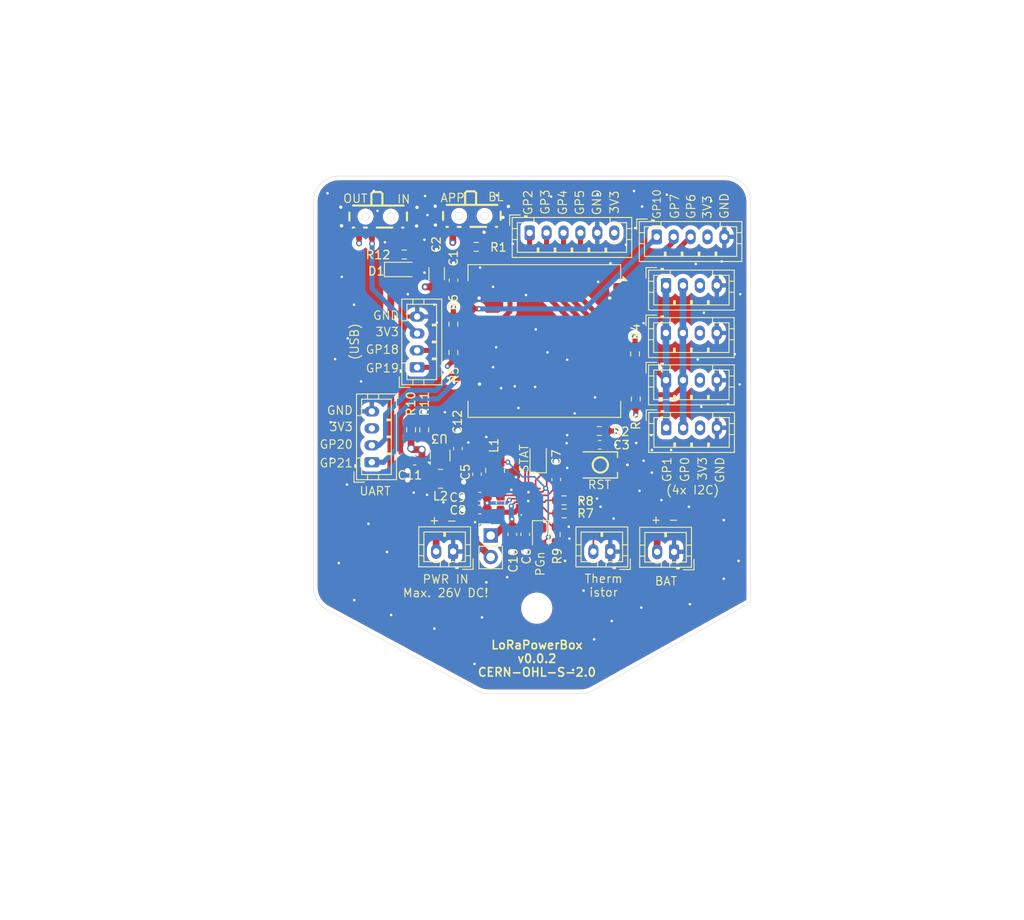
<source format=kicad_pcb>
(kicad_pcb (version 20241229) (generator "pcbnew") (generator_version "9.0")
  (layers (0 "F.Cu" signal "Front") (4 "In1.Cu" signal) (6 "In2.Cu" signal) (2 "B.Cu" signal "Back") (13 "F.Paste" user) (15 "B.Paste" user) (5 "F.SilkS" user "F.Silkscreen") (7 "B.SilkS" user "B.Silkscreen") (1 "F.Mask" user) (3 "B.Mask" user) (25 "Edge.Cuts" user))
  (net 0 "")
  (net 1 "GND")
  (net 2 "+3V3")
  (net 3 "/ESP32_EN")
  (net 4 "/SYS")
  (net 5 "Net-(U2-REGN)")
  (net 6 "Net-(J10-Pin_2)")
  (net 7 "Net-(U2-PMID)")
  (net 8 "/VBUS")
  (net 9 "Net-(J8-Pin_1)")
  (net 10 "Net-(D1-A)")
  (net 11 "Net-(D2-K)")
  (net 12 "Net-(D3-K)")
  (net 13 "/USART1_RX")
  (net 14 "/USART1_TX")
  (net 15 "/USB_DN")
  (net 16 "/USB_DP")
  (net 17 "/VSWITCH")
  (net 18 "/I2C1_SCL")
  (net 19 "/I2C1_SCK")
  (net 20 "/SPI_SCK")
  (net 21 "/SPI_MOSI")
  (net 22 "/SPI_CS")
  (net 23 "/SPI_MISO")
  (net 24 "Net-(J9-Pin_2)")
  (net 25 "/GP7")
  (net 26 "/GP10")
  (net 27 "/GP6")
  (net 28 "Net-(U3-LX1)")
  (net 29 "Net-(U3-LX2)")
  (net 30 "Net-(R1-Pad1)")
  (net 31 "/ESP32_BL")
  (net 32 "Net-(U2-TS_BIAS)")
  (net 33 "Net-(U2-ILIM)")
  (net 34 "Net-(U3-FB)")
  (net 35 "Net-(R12-Pad1)")
  (net 41 "/BTST")
  (net 42 "/SW")
  (footprint "Resistor_SMD:R_0603_1608Metric_Pad0.98x0.95mm_HandSolder" (layer "F.Cu") (at 131.15 47.74)
    (property "Reference" "R1")
    (property "Value" "10k" (hide yes))
  )
  (footprint "RF_Module:Heltec_HT-CT62" (layer "F.Cu") (at 139.21 58.86 -90)
    (property "Reference" "U1" (hide yes))
    (property "Value" "HT-CT62" (hide yes))
  )
  (footprint "Capacitor_SMD:C_0603_1608Metric_Pad1.08x0.95mm_HandSolder" (layer "F.Cu") (at 134.04 77.99 90)
    (property "Reference" "C4" (hide yes))
    (property "Value" "47nF" (hide yes))
  )
  (footprint "library:SW-SMD_SSSS811101" (layer "F.Cu") (at 119.58 44.61 180)
    (property "Reference" "SW3" (hide yes))
    (property "Value" "SSSS811101" (hide yes))
  )
  (footprint "Connector_JST:JST_PH_B4B-PH-K_1x04_P2.00mm_Vertical" (layer "F.Cu") (at 153.58 63.48875)
    (property "Reference" "J6" (hide yes))
    (property "Value" "Conn_01x04_Pin" (hide yes))
  )
  (footprint "Capacitor_SMD:C_0603_1608Metric_Pad1.08x0.95mm_HandSolder" (layer "F.Cu") (at 123.8875 72.99 180)
    (property "Reference" "C11")
    (property "Value" "47uF" (hide yes))
  )
  (footprint "Capacitor_SMD:C_0603_1608Metric_Pad1.08x0.95mm_HandSolder" (layer "F.Cu") (at 128.48 51.6825 -90)
    (property "Reference" "C1")
    (property "Value" "0.1uF" (hide yes))
  )
  (footprint "Connector_JST:JST_PH_B5B-PH-K_1x05_P2.00mm_Vertical" (layer "F.Cu") (at 152.48 46.56)
    (property "Reference" "J12" (hide yes))
    (property "Value" "Conn_01x05_Pin" (hide yes))
  )
  (footprint "LED_SMD:LED_0805_2012Metric_Pad1.15x1.40mm_HandSolder" (layer "F.Cu") (at 138.76 81.94 -90)
    (property "Reference" "D3" (hide yes))
    (property "Value" "LED" (hide yes))
  )
  (footprint "Capacitor_SMD:C_0603_1608Metric_Pad1.08x0.95mm_HandSolder" (layer "F.Cu") (at 131.25 74.6075 90)
    (property "Reference" "C5")
    (property "Value" "20uF" (hide yes))
  )
  (footprint "library:SW-SMD_L3.9-W3.0-P4.45" (layer "F.Cu") (at 145.82 73.5 180)
    (property "Reference" "SW2" (hide yes))
    (property "Value" "TS-1088-AR02016" (hide yes))
  )
  (footprint "Diode_SMD:D_SOD-323_HandSoldering" (layer "F.Cu") (at 122.33 50.41)
    (property "Reference" "D1")
    (property "Value" "D" (hide yes))
  )
  (footprint "Package_TO_SOT_SMD:SOT-583-8" (layer "F.Cu") (at 126.9 72.4 90)
    (property "Reference" "U3")
    (property "Value" "TPS631000" (hide yes))
  )
  (footprint "Connector_JST:JST_PH_B2B-PH-K_1x02_P2.00mm_Vertical" (layer "F.Cu") (at 154.53 83.77 180)
    (property "Reference" "J10" (hide yes))
    (property "Value" "Conn_01x02_Pin" (hide yes))
  )
  (footprint "Capacitor_SMD:C_0603_1608Metric_Pad1.08x0.95mm_HandSolder" (layer "F.Cu") (at 131.5825 77.25)
    (property "Reference" "C9")
    (property "Value" "10uF" (hide yes))
  )
  (footprint "Resistor_SMD:R_0603_1608Metric_Pad0.98x0.95mm_HandSolder" (layer "F.Cu") (at 128.46 60.23 -90)
    (property "Reference" "R5")
    (property "Value" "10k" (hide yes))
  )
  (footprint "Connector_JST:JST_PH_B4B-PH-K_1x04_P2.00mm_Vertical" (layer "F.Cu") (at 124.18 61.97 90)
    (property "Reference" "J2" (hide yes))
    (property "Value" "Conn_01x04_Pin" (hide yes))
  )
  (footprint "Resistor_SMD:R_0603_1608Metric_Pad0.98x0.95mm_HandSolder" (layer "F.Cu") (at 123.47 69.34 90)
    (property "Reference" "R10")
    (property "Value" "511k" (hide yes))
  )
  (footprint "Capacitor_SMD:C_0603_1608Metric_Pad1.08x0.95mm_HandSolder" (layer "F.Cu") (at 140.61 75.2225 -90)
    (property "Reference" "C7")
    (property "Value" "10uF" (hide yes))
  )
  (footprint "MountingHole:MountingHole_3.2mm_M3" (layer "F.Cu") (at 138.31 90.42)
    (property "Reference" "H1" (hide yes))
    (property "Value" "MountingHole" (hide yes))
  )
  (footprint "Connector_JST:JST_PH_B4B-PH-K_1x04_P2.00mm_Vertical" (layer "F.Cu") (at 153.58 52.29875)
    (property "Reference" "J3" (hide yes))
    (property "Value" "Conn_01x04_Pin" (hide yes))
  )
  (footprint "Capacitor_SMD:C_0603_1608Metric_Pad1.08x0.95mm_HandSolder" (layer "F.Cu") (at 131.5825 78.77)
    (property "Reference" "C8")
    (property "Value" "0.1uF" (hide yes))
  )
  (footprint "Connector_JST:JST_PH_B2B-PH-K_1x02_P2.00mm_Vertical" (layer "F.Cu") (at 128.43 83.72 180)
    (property "Reference" "J11" (hide yes))
    (property "Value" "Conn_01x02_Pin" (hide yes))
  )
  (footprint "Resistor_SMD:R_0603_1608Metric_Pad0.98x0.95mm_HandSolder" (layer "F.Cu") (at 140.55 81.72 90)
    (property "Reference" "R9")
    (property "Value" "1.5k" (hide yes))
  )
  (footprint "library:SW-SMD_SSSS811101" (layer "F.Cu") (at 130.65 44.53 180)
    (property "Reference" "SW1" (hide yes))
    (property "Value" "SSSS811101" (hide yes))
  )
  (footprint "Resistor_SMD:R_0603_1608Metric_Pad0.98x0.95mm_HandSolder" (layer "F.Cu") (at 150.01 65.7075 90)
    (property "Reference" "R3")
    (property "Value" "R" (hide yes))
  )
  (footprint "Inductor_SMD:L_1008_2520Metric_Pad1.43x2.20mm_HandSolder" (layer "F.Cu") (at 126.93 75.13 180)
    (property "Reference" "L2")
    (property "Value" "1uH" (hide yes))
  )
  (footprint "Connector_JST:JST_PH_B4B-PH-K_1x04_P2.00mm_Vertical" (layer "F.Cu") (at 118.83 73.18 90)
    (property "Reference" "J1" (hide yes))
    (property "Value" "Conn_01x04_Pin" (hide yes))
  )
  (footprint "Inductor_SMD:L_1008_2520Metric_Pad1.43x2.20mm_HandSolder" (layer "F.Cu") (at 133.39 74.1375 90)
    (property "Reference" "L1")
    (property "Value" "1uH" (hide yes))
  )
  (footprint "Connector_JST:JST_PH_B2B-PH-K_1x02_P2.00mm_Vertical" (layer "F.Cu") (at 147 83.73 180)
    (property "Reference" "J9" (hide yes))
    (property "Value" "Conn_01x02_Pin" (hide yes))
  )
  (footprint "Capacitor_SMD:C_0603_1608Metric_Pad1.08x0.95mm_HandSolder" (layer "F.Cu") (at 135.43 81.7075 -90)
    (property "Reference" "C10")
    (property "Value" "1uF" (hide yes))
  )
  (footprint "Capacitor_SMD:C_0603_1608Metric_Pad1.08x0.95mm_HandSolder" (layer "F.Cu") (at 129 71.56 -90)
    (property "Reference" "C12")
    (property "Value" "22uF" (hide yes))
  )
  (footprint "Resistor_SMD:R_0603_1608Metric_Pad0.98x0.95mm_HandSolder" (layer "F.Cu") (at 145.6975 69.49 180)
    (property "Reference" "R2")
    (property "Value" "10k" (hide yes))
  )
  (footprint "Capacitor_SMD:C_0603_1608Metric_Pad1.08x0.95mm_HandSolder" (layer "F.Cu") (at 136.95 81.7025 90)
    (property "Reference" "C6")
    (property "Value" "4.7uF" (hide yes))
  )
  (footprint "Resistor_SMD:R_0603_1608Metric_Pad0.98x0.95mm_HandSolder" (layer "F.Cu") (at 122.6575 48.64 180)
    (property "Reference" "R12")
    (property "Value" "50" (hide yes))
  )
  (footprint "Connector_JST:JST_PH_B4B-PH-K_1x04_P2.00mm_Vertical" (layer "F.Cu") (at 153.57 57.90875)
    (property "Reference" "J5" (hide yes))
    (property "Value" "Conn_01x04_Pin" (hide yes))
  )
  (footprint "LED_SMD:LED_0805_2012Metric_Pad1.15x1.40mm_HandSolder" (layer "F.Cu") (at 138.48 72.5675 90)
    (property "Reference" "D2" (hide yes))
    (property "Value" "LED" (hide yes))
  )
  (footprint "Resistor_SMD:R_0603_1608Metric_Pad0.98x0.95mm_HandSolder" (layer "F.Cu") (at 141.55 79.22)
    (property "Reference" "R7")
    (property "Value" "R" (hide yes))
  )
  (footprint "Connector_PinHeader_2.54mm:PinHeader_1x02_P2.54mm_Vertical" (layer "F.Cu") (at 132.87 81.835)
    (property "Reference" "J8" (hide yes))
    (property "Value" "Conn_01x02_Pin" (hide yes))
  )
  (footprint "Resistor_SMD:R_0603_1608Metric_Pad0.98x0.95mm_HandSolder" (layer "F.Cu") (at 125.02 69.34 90)
    (property "Reference" "R11")
    (property "Value" "91k" (hide yes))
  )
  (footprint "Resistor_SMD:R_0603_1608Metric_Pad0.98x0.95mm_HandSolder" (layer "F.Cu") (at 149.92 60.38 90)
    (property "Reference" "R4")
    (property "Value" "R" (hide yes))
  )
  (footprint "Resistor_SMD:R_0603_1608Metric_Pad0.98x0.95mm_HandSolder" (layer "F.Cu") (at 128.46 56.87 -90)
    (property "Reference" "R6")
    (property "Value" "10k" (hide yes))
  )
  (footprint "Capacitor_SMD:C_0603_1608Metric_Pad1.08x0.95mm_HandSolder" (layer "F.Cu") (at 145.7475 71.11 180)
    (property "Reference" "C3")
    (property "Value" "100nF" (hide yes))
  )
  (footprint "Connector_JST:JST_PH_B6B-PH-K_1x06_P2.00mm_Vertical" (layer "F.Cu") (at 137.47 46.08)
    (property "Reference" "J4" (hide yes))
    (property "Value" "Conn_01x06_Pin" (hide yes))
  )
  (footprint "Resistor_SMD:R_1206_3216Metric_Pad1.30x1.75mm_HandSolder" (layer "F.Cu") (at 126.49 50.91 -90)
    (property "Reference" "C2")
    (property "Value" "47uF" (hide yes))
  )
  (footprint "library:BQ25622ERYKR" (layer "F.Cu") (at 137.33 77.265 90)
    (property "Reference" "U2" (hide yes))
    (property "Value" "TI BQ25628E" (hide yes))
  )
  (footprint "Resistor_SMD:R_0603_1608Metric_Pad0.98x0.95mm_HandSolder" (layer "F.Cu") (at 141.5325 77.68)
    (property "Reference" "R8")
    (property "Value" "R" (hide yes))
  )
  (footprint "Connector_JST:JST_PH_B4B-PH-K_1x04_P2.00mm_Vertical" (layer "F.Cu") (at 153.6 69.10875)
    (property "Reference" "J7" (hide yes))
    (property "Value" "Conn_01x04_Pin" (hide yes))
  )
  (gr_line (start 160.56 39.38) (end 114.94 39.38) (stroke (width 0.05)) (layer "Edge.Cuts"))
  (gr_arc (start 144.961525 100.119647) (mid 144.254858 100.40336) (end 143.499523 100.5) (stroke (width 0.05)) (layer "Edge.Cuts"))
  (gr_line (start 163.56 89.74) (end 163.56 42.38) (stroke (width 0.05)) (layer "Edge.Cuts"))
  (gr_arc (start 111.94 42.38) (mid 112.81868 40.25868) (end 114.94 39.38) (stroke (width 0.05)) (layer "Edge.Cuts"))
  (gr_line (start 144.961525 100.119647) (end 163.56 89.74) (stroke (width 0.0381)) (layer "Edge.Cuts"))
  (gr_line (start 111.94 42.38) (end 111.94 87.949942) (stroke (width 0.05)) (layer "Edge.Cuts"))
  (gr_arc (start 132.637784 100.5) (mid 131.903077 100.408643) (end 131.213116 100.140137) (stroke (width 0.05)) (layer "Edge.Cuts"))
  (gr_line (start 132.637784 100.5) (end 143.499523 100.5) (stroke (width 0.05)) (layer "Edge.Cuts"))
  (gr_arc (start 160.56 39.38) (mid 162.68132 40.25868) (end 163.56 42.38) (stroke (width 0.05)) (layer "Edge.Cuts"))
  (gr_arc (start 113.515332 90.590079) (mid 112.363746 89.48715) (end 111.94 87.949942) (stroke (width 0.05)) (layer "Edge.Cuts"))
  (gr_line (start 113.515332 90.590079) (end 131.213116 100.140137) (stroke (width 0.0381)) (layer "Edge.Cuts"))
  (gr_text "-" (at 155.16 79.52 180) (layer "F.SilkS") (effects (font (size 1 1) (thickness 0.125)) (justify left bottom)))
  (gr_text "IN" (at 121.75 42.69 0) (layer "F.SilkS") (effects (font (size 1 1) (thickness 0.125)) (justify left bottom)))
  (gr_text "RST" (at 144.28 76.42 0) (layer "F.SilkS") (effects (font (size 1 1) (thickness 0.125)) (justify left bottom)))
  (gr_text "3V3\n" (at 148.07 43.94 90) (layer "F.SilkS") (effects (font (size 1 1) (thickness 0.125)) (justify left bottom)))
  (gr_text "(4x I2C)" (at 153.5 77.05 0) (layer "F.SilkS") (effects (font (size 1 1) (thickness 0.125)) (justify left bottom)))
  (gr_text "GND" (at 118.9 56.43 0) (layer "F.SilkS") (effects (font (size 1 1) (thickness 0.125)) (justify left bottom)))
  (gr_text "GP0" (at 156.39 75.599226 90) (layer "F.SilkS") (effects (font (size 1 1) (thickness 0.125)) (justify left bottom)))
  (gr_text "UART" (at 117.3 77.17 0) (layer "F.SilkS") (effects (font (size 1 1) (thickness 0.125)) (justify left bottom)))
  (gr_text "3V3\n" (at 158.47 75.40875 90) (layer "F.SilkS") (effects (font (size 1 1) (thickness 0.125)) (justify left bottom)))
  (gr_text "GP4" (at 141.96 44.06 90) (layer "F.SilkS") (effects (font (size 1 1) (thickness 0.125)) (justify left bottom)))
  (gr_text "GND" (at 161.05 44.52 90) (layer "F.SilkS") (effects (font (size 1 1) (thickness 0.125)) (justify left bottom)))
  (gr_text "PWR IN\nMax. 26V DC!" (at 127.55 89.2 0) (layer "F.SilkS") (effects (font (size 1 1) (thickness 0.125)) (justify bottom)))
  (gr_text "GP20\n" (at 112.592857 71.66 0) (layer "F.SilkS") (effects (font (size 1 1) (thickness 0.125)) (justify left bottom)))
  (gr_text "GP1" (at 154.28 75.599226 90) (layer "F.SilkS") (effects (font (size 1 1) (thickness 0.125)) (justify left bottom)))
  (gr_text "GP3" (at 139.9 44.01 90) (layer "F.SilkS") (effects (font (size 1 1) (thickness 0.125)) (justify left bottom)))
  (gr_text "GND" (at 113.45 67.64 0) (layer "F.SilkS") (effects (font (size 1 1) (thickness 0.125)) (justify left bottom)))
  (gr_text "GP10" (at 153.02 44.52 90) (layer "F.SilkS") (effects (font (size 0.9 0.9) (thickness 0.1125)) (justify left bottom)))
  (gr_text "GP7" (at 155.2 44.52 90) (layer "F.SilkS") (effects (font (size 1 1) (thickness 0.125)) (justify left bottom)))
  (gr_text "OUT" (at 115.37 42.62 0) (layer "F.SilkS") (effects (font (size 1 1) (thickness 0.125)) (justify left bottom)))
  (gr_text "GP6" (at 157.12 44.52 90) (layer "F.SilkS") (effects (font (size 1 1) (thickness 0.125)) (justify left bottom)))
  (gr_text "LoRaPowerBox\nv0.0.2\nCERN-OHL-S-2.0\n" (at 138.33 98.57 0) (layer "F.SilkS") (effects (font (size 1 1) (thickness 0.1875)) (justify bottom)))
  (gr_text "APP" (at 126.86 42.54 0) (layer "F.SilkS") (effects (font (size 1 1) (thickness 0.125)) (justify left bottom)))
  (gr_text "3V3\n" (at 113.735714 69.58 0) (layer "F.SilkS") (effects (font (size 1 1) (thickness 0.125)) (justify left bottom)))
  (gr_text "GND" (at 160.53 75.694464 90) (layer "F.SilkS") (effects (font (size 1 1) (thickness 0.125)) (justify left bottom)))
  (gr_text "STAT" (at 137.4 74.48 90) (layer "F.SilkS") (effects (font (size 1 1) (thickness 0.125)) (justify left bottom)))
  (gr_text "-" (at 128.98 79.62 180) (layer "F.SilkS") (effects (font (size 1 1) (thickness 0.125)) (justify left bottom)))
  (gr_text "BAT" (at 152.19 87.81 0) (layer "F.SilkS") (effects (font (size 1 1) (thickness 0.125)) (justify left bottom)))
  (gr_text "3V3\n" (at 159.03 44.52 90) (layer "F.SilkS") (effects (font (size 1 1) (thickness 0.125)) (justify left bottom)))
  (gr_text "GP2" (at 137.87 44.07 90) (layer "F.SilkS") (effects (font (size 1 1) (thickness 0.125)) (justify left bottom)))
  (gr_text "3V3\n" (at 119.185714 58.37 0) (layer "F.SilkS") (effects (font (size 1 1) (thickness 0.125)) (justify left bottom)))
  (gr_text "GND" (at 145.99 44.08 90) (layer "F.SilkS") (effects (font (size 1 1) (thickness 0.125)) (justify left bottom)))
  (gr_text "GP5" (at 143.97 44.06 90) (layer "F.SilkS") (effects (font (size 1 1) (thickness 0.125)) (justify left bottom)))
  (gr_text "PGn" (at 139.31 86.71 90) (layer "F.SilkS") (effects (font (size 1 1) (thickness 0.125)) (justify left bottom)))
  (gr_text "BL" (at 132.49 42.42 0) (layer "F.SilkS") (effects (font (size 1 1) (thickness 0.125)) (justify left bottom)))
  (gr_text "+" (at 153.1 79.52 180) (layer "F.SilkS") (effects (font (size 1 1) (thickness 0.125)) (justify left bottom)))
  (gr_text "GP19" (at 118.042857 62.65 0) (layer "F.SilkS") (effects (font (size 1 1) (thickness 0.125)) (justify left bottom)))
  (gr_text "(USB)" (at 117.37 61.18 90) (layer "F.SilkS") (effects (font (size 1 1) (thickness 0.125)) (justify left bottom)))
  (gr_text "Therm\nistor" (at 146.21 89.13 0) (layer "F.SilkS") (effects (font (size 1 1) (thickness 0.125)) (justify bottom)))
  (gr_text "GP18\n" (at 118.042857 60.45 0) (layer "F.SilkS") (effects (font (size 1 1) (thickness 0.125)) (justify left bottom)))
  (gr_text "GP21" (at 112.592857 73.86 0) (layer "F.SilkS") (effects (font (size 1 1) (thickness 0.125)) (justify left bottom)))
  (gr_text "+" (at 126.92 79.59 180) (layer "F.SilkS") (effects (font (size 1 1) (thickness 0.125)) (justify left bottom)))
  (segment (start 143.52 77.68) (end 143.55 77.65) (width 0.2) (layer "F.Cu") (net 1))
  (segment (start 125.02 68.4275) (end 125.02 67.22) (width 0.8) (layer "F.Cu") (net 1))
  (segment (start 131.55 63.95) (end 131.54 63.94) (width 0.8) (layer "F.Cu") (net 1))
  (segment (start 126.49 49.36) (end 126.49 48.07) (width 0.8) (layer "F.Cu") (net 1))
  (segment (start 135.43 82.57) (end 135.43 83.74) (width 0.8) (layer "F.Cu") (net 1))
  (segment (start 146.61 71.11) (end 147.62 71.11) (width 0.6) (layer "F.Cu") (net 1))
  (segment (start 132.09 46.01) (end 132.83 46.01) (width 0.8) (layer "F.Cu") (net 1))
  (segment (start 136.13 76.29) (end 135.46 76.29) (width 0.2) (layer "F.Cu") (net 1))
  (segment (start 130.72 77.25) (end 129.56 77.25) (width 0.6) (layer "F.Cu") (net 1))
  (segment (start 146.93 53.79) (end 146.94 53.78) (width 0.8) (layer "F.Cu") (net 1))
  (segment (start 136.38 76.69) (end 135.56 76.69) (width 0.2) (layer "F.Cu") (net 1))
  (segment (start 129 70.6975) (end 129 69.44) (width 0.8) (layer "F.Cu") (net 1))
  (segment (start 129.56 77.25) (end 129.55 77.26) (width 0.6) (layer "F.Cu") (net 1))
  (segment (start 140.61 74.36) (end 140.61 73.1) (width 0.8) (layer "F.Cu") (net 1))
  (segment (start 123.025 74.155) (end 123.04 74.17) (width 0.8) (layer "F.Cu") (net 1))
  (segment (start 131.49 53.78) (end 131.5 53.79) (width 0.8) (layer "F.Cu") (net 1))
  (segment (start 125.02 67.22) (end 125.03 67.21) (width 0.8) (layer "F.Cu") (net 1))
  (segment (start 123.23 45.26) (end 124.1 45.26) (width 0.6) (layer "F.Cu") (net 1))
  (segment (start 115.18 43.06) (end 115.17 43.05) (width 0.6) (layer "F.Cu") (net 1))
  (segment (start 137.3 76.69) (end 137.33 76.72) (width 0.2) (layer "F.Cu") (net 1))
  (segment (start 142.445 77.68) (end 143.52 77.68) (width 0.2) (layer "F.Cu") (net 1))
  (segment (start 128.48 50.82) (end 128.48 49.66) (width 0.8) (layer "F.Cu") (net 1))
  (segment (start 131.54 63.94) (end 130.32 63.94) (width 0.8) (layer "F.Cu") (net 1))
  (segment (start 136.48 75.57) (end 135.86 74.95) (width 0.2) (layer "F.Cu") (net 1))
  (segment (start 124.16 43.06) (end 124.17 43.07) (width 0.6) (layer "F.Cu") (net 1))
  (segment (start 140.65 83.51) (end 140.65 82.7325) (width 0.2) (layer "F.Cu") (net 1))
  (segment (start 136.48 75.977) (end 136.48 75.57) (width 0.2) (layer "F.Cu") (net 1))
  (segment (start 129.6 78.78) (end 129.6 77.31) (width 0.6) (layer "F.Cu") (net 1))
  (segment (start 130.32 53.78) (end 131.49 53.78) (width 0.8) (layer "F.Cu") (net 1))
  (segment (start 135.46 76.29) (end 135.31 76.44) (width 0.2) (layer "F.Cu") (net 1))
  (segment (start 123.04 75.27) (end 123.04 74.17) (width 0.8) (layer "F.Cu") (net 1))
  (segment (start 123.025 72.99) (end 123.025 74.155) (width 0.8) (layer "F.Cu") (net 1))
  (segment (start 123.23 43.06) (end 124.16 43.06) (width 0.6) (layer "F.Cu") (net 1))
  (segment (start 149.01 73.5) (end 149.02 73.49) (width 0.6) (layer "F.Cu") (net 1))
  (segment (start 124.1 45.26) (end 124.12 45.28) (width 0.6) (layer "F.Cu") (net 1))
  (segment (start 128.48 49.66) (end 128.49 49.65) (width 0.8) (layer "F.Cu") (net 1))
  (segment (start 146.94 53.78) (end 148.1 53.78) (width 0.8) (layer "F.Cu") (net 1))
  (segment (start 127 45.18) (end 126.36 45.18) (width 0.8) (layer "F.Cu") (net 1))
  (segment (start 147.62 71.11) (end 147.65 71.14) (width 0.6) (layer "F.Cu") (net 1))
  (segment (start 130.72 78.77) (end 129.61 78.77) (width 0.6) (layer "F.Cu") (net 1))
  (segment (start 132.83 46.01) (end 132.9 46.08) (width 0.8) (layer "F.Cu") (net 1))
  (segment (start 129.68 75.52) (end 131.1725 75.52) (width 0.8) (layer "F.Cu") (net 1))
  (segment (start 137.33 77.74) (end 137.31 77.76) (width 0.2) (layer "F.Cu") (net 1))
  (segment (start 140.61 73.1) (end 140.6 73.09) (width 0.8) (layer "F.Cu") (net 1))
  (segment (start 126.36 45.18) (end 126.34 45.16) (width 0.8) (layer "F.Cu") (net 1))
  (segment (start 134.3 42.98) (end 134.95 42.98) (width 0.8) (layer "F.Cu") (net 1))
  (segment (start 136.38 76.69) (end 137.3 76.69) (width 0.2) (layer "F.Cu") (net 1))
  (segment (start 134.32 45.16) (end 134.3 45.18) (width 0.8) (layer "F.Cu") (net 1))
  (segment (start 127 42.98) (end 126.36 42.98) (width 0.8) (layer "F.Cu") (net 1))
  (segment (start 134.95 42.98) (end 134.96 42.97) (width 0.8) (layer "F.Cu") (net 1))
  (segment (start 136.95 82.565) (end 136.95 83.74) (width 0.6) (layer "F.Cu") (net 1))
  (segment (start 126.36 42.98) (end 126.31 42.93) (width 0.8) (layer "F.Cu") (net 1))
  (segment (start 135.43 83.74) (end 135.41 83.76) (width 0.8) (layer "F.Cu") (net 1))
  (segment (start 115.26 45.26) (end 115.25 45.25) (width 0.6) (layer "F.Cu") (net 1))
  (segment (start 129.55 75.65) (end 129.68 75.52) (width 0.6) (layer "F.Cu") (net 1))
  (segment (start 129.6 77.31) (end 129.55 77.26) (width 0.6) (layer "F.Cu") (net 1))
  (segment (start 137.33 76.72) (end 137.33 77.74) (width 0.2) (layer "F.Cu") (net 1))
  (segment (start 134.32 44.26) (end 134.32 45.16) (width 0.8) (layer "F.Cu") (net 1))
  (segment (start 115.93 43.06) (end 115.18 43.06) (width 0.6) (layer "F.Cu") (net 1))
  (segment (start 135.56 76.69) (end 135.31 76.44) (width 0.2) (layer "F.Cu") (net 1))
  (segment (start 126.49 48.07) (end 126.48 48.06) (width 0.8) (layer "F.Cu") (net 1))
  (segment (start 148 73.5) (end 149.01 73.5) (width 0.6) (layer "F.Cu") (net 1))
  (segment (start 129.61 78.77) (end 129.6 78.78) (width 0.6) (layer "F.Cu") (net 1))
  (segment (start 115.93 45.26) (end 115.26 45.26) (width 0.6) (layer "F.Cu") (net 1))
  (via (at 132.35 70.2) (size 0.6) (drill 0.3) (layers "F.Cu" "B.Cu") (net 1))
  (via (at 118.43 80.45) (size 0.6) (drill 0.3) (layers "F.Cu" "B.Cu") (net 1))
  (via (at 125.03 67.21) (size 0.9) (drill 0.6) (layers "F.Cu" "B.Cu") (net 1))
  (via (at 157.1 49.76) (size 0.6) (drill 0.3) (layers "F.Cu" "B.Cu") (net 1))
  (via (at 133.52 59.61) (size 0.6) (drill 0.3) (layers "F.Cu" "B.Cu") (net 1))
  (via (at 153.04 77.65) (size 0.6) (drill 0.3) (layers "F.Cu" "B.Cu") (net 1))
  (via (at 134.96 42.97) (size 0.7) (drill 0.4) (layers "F.Cu" "B.Cu") (net 1))
  (via (at 125.35 77.03) (size 0.6) (drill 0.3) (layers "F.Cu" "B.Cu") (net 1))
  (via (at 126.22 54.57) (size 0.6) (drill 0.3) (layers "F.Cu" "B.Cu") (net 1))
  (via (at 142.61 97.71) (size 0.6) (drill 0.3) (layers "F.Cu" "B.Cu") (net 1))
  (via (at 162.35 53.33) (size 0.6) (drill 0.3) (layers "F.Cu" "B.Cu") (net 1))
  (via (at 141.91 69.98) (size 0.6) (drill 0.3) (layers "F.Cu" "B.Cu") (net 1))
  (via (at 147.17 91.93) (size 0.6) (drill 0.3) (layers "F.Cu" "B.Cu") (net 1))
  (via (at 116.73 54.57) (size 0.6) (drill 0.3) (layers "F.Cu" "B.Cu") (net 1))
  (via (at 143.55 77.65) (size 0.6) (drill 0.3) (layers "F.Cu" "B.Cu") (net 1))
  (via (at 126.22 92.83) (size 0.6) (drill 0.3) (layers "F.Cu" "B.Cu") (net 1))
  (via (at 141.84 70.93) (size 0.6) (drill 0.3) (layers "F.Cu" "B.Cu") (net 1))
  (via (at 123.04 75.27) (size 0.9) (drill 0.6) (layers "F.Cu" "B.Cu") (net 1))
  (via (at 121.11 91.22) (size 0.6) (drill 0.3) (layers "F.Cu" "B.Cu") (net 1))
  (via (at 157.75 66.62) (size 0.6) (drill 0.3) (layers "F.Cu" "B.Cu") (net 1))
  (via (at 129.55 77.26) (size 0.9) (drill 0.6) (layers "F.Cu" "B.Cu") (net 1))
  (via (at 141.65 84.83) (size 0.6) (drill 0.3) (layers "F.Cu" "B.Cu") (net 1))
  (via (at 125.12 41.73) (size 0.6) (drill 0.3) (layers "F.Cu" "B.Cu") (net 1))
  (via (at 131.84 91.51) (size 0.6) (drill 0.3) (layers "F.Cu" "B.Cu") (net 1))
  (via (at 162.15 84.83) (size 0.6) (drill 0.3) (layers "F.Cu" "B.Cu") (net 1))
  (via (at 140.65 83.51) (size 0.6) (drill 0.3) (layers "F.Cu" "B.Cu") (net 1))
  (via (at 162.28 63.99) (size 0.6) (drill 0.3) (layers "F.Cu" "B.Cu") (net 1))
  (via (at 115.89 75.81) (size 0.6) (drill 0.3) (layers "F.Cu" "B.Cu") (net 1))
  (via (at 151.9 74.41) (size 0.6) (drill 0.3) (layers "F.Cu" "B.Cu") (net 1))
  (via (at 145.42 77.47) (size 0.6) (drill 0.3) (layers "F.Cu" "B.Cu") (net 1))
  (via (at 117.56 63.63) (size 0.6) (drill 0.3) (layers "F.Cu" "B.Cu") (net 1))
  (via (at 131.55 63.95) (size 0.7) (drill 0.4) (layers "F.Cu" "B.Cu") (net 1))
  (via (at 133.15 52.46) (size 0.6) (drill 0.3) (layers "F.Cu" "B.Cu") (net 1))
  (via (at 147.39 79.83) (size 0.6) (drill 0.3) (layers "F.Cu" "B.Cu") (net 1))
  (via (at 126.34 45.16) (size 0.7) (drill 0.4) (layers "F.Cu" "B.Cu") (net 1))
  (via (at 120.62 83.78) (size 0.6) (drill 0.3) (layers "F.Cu" "B.Cu") (net 1))
  (via (at 138.19 57.49) (size 0.6) (drill 0.3) (layers "F.Cu" "B.Cu") (net 1))
  (via (at 130.96 97.01) (size 0.6) (drill 0.3) (layers "F.Cu" "B.Cu") (net 1))
  (via (at 124.12 45.28) (size 0.7) (drill 0.4) (layers "F.Cu" "B.Cu") (net 1))
  (via (at 131.5 53.79) (size 0.7) (drill 0.4) (layers "F.Cu" "B.Cu") (net 1))
  (via (at 160.4 86.94) (size 0.6) (drill 0.3) (layers "F.Cu" "B.Cu") (net 1))
  (via (at 150.45 76.55) (size 0.6) (drill 0.3) (layers "F.Cu" "B.Cu") (net 1))
  (via (at 150.75 42.97) (size 0.6) (drill 0.3) (layers "F.Cu" "B.Cu") (net 1))
  (via (at 126.51 56.69) (size 0.6) (drill 0.3) (layers "F.Cu" "B.Cu") (net 1))
  (via (at 151.91 71.73) (size 0.6) (drill 0.3) (layers "F.Cu" "B.Cu") (net 1))
  (via (at 114.93 85.09) (size 0.6) (drill 0.3) (layers "F.Cu" "B.Cu") (net 1))
  (via (at 160.16 49.46) (size 0.6) (drill 0.3) (layers "F.Cu" "B.Cu") (net 1))
  (via (at 128.49 49.65) (size 0.7) (drill 0.4) (layers "F.Cu" "B.Cu") (net 1))
  (via (at 136.95 83.74) (size 0.9) (drill 0.6) (layers "F.Cu" "B.Cu") (net 1))
  (via (at 160.89 66.33) (size 0.6) (drill 0.3) (layers "F.Cu" "B.Cu") (net 1))
  (via (at 142.17 82.2) (size 0.6) (drill 0.3) (layers "F.Cu" "B.Cu") (net 1))
  (via (at 147.65 71.14) (size 0.6858) (drill 0.3302) (layers "F.Cu" "B.Cu") (net 1))
  (via (at 160.4 80.01) (size 0.6) (drill 0.3) (layers "F.Cu" "B.Cu") (net 1))
  (via (at 141.91 73.85) (size 0.6) (drill 0.3) (layers "F.Cu" "B.Cu") (net 1))
  (via (at 137.04 53.42) (size 0.6) (drill 0.3) (layers "F.Cu" "B.Cu") (net 1))
  (via (at 149.02 73.49) (size 0.6858) (drill 0.3302) (layers "F.Cu" "B.Cu") (net 1))
  (via (at 138.12 64.28) (size 0.6) (drill 0.3) (layers "F.Cu" "B.Cu") (net 1))
  (via (at 146.93 53.79) (size 0.7) (drill 0.4) (layers "F.Cu" "B.Cu") (net 1))
  (via (at 134.32 44.26) (size 0.7) (drill 0.4) (layers "F.Cu" "B.Cu") (net 1))
  (via (at 145.09 94.1) (size 0.6) (drill 0.3) (layers "F.Cu" "B.Cu") (net 1))
  (via (at 113.6 41.41) (size 0.6) (drill 0.3) (layers "F.Cu" "B.Cu") (net 1))
  (via (at 145.2 65.52) (size 0.6) (drill 0.3) (layers "F.Cu" "B.Cu") (net 1))
  (via (at 126.48 48.06) (size 0.7) (drill 0.4) (layers "F.Cu" "B.Cu") (net 1))
  (via (at 132.36 87.37) (size 0.6) (drill 0.3) (layers "F.Cu" "B.Cu") (net 1))
  (via (at 135.47 47.38) (size 0.6) (drill 0.3) (layers "F.Cu" "B.Cu") (net 1))
  (via (at 125.05 50.78) (size 0.6) (drill 0.3) (layers "F.Cu" "B.Cu") (net 1))
  (via (at 158.05 55.52) (size 0.6) (drill 0.3) (layers "F.Cu" "B.Cu") (net 1))
  (via (at 137.31 77.76) (size 0.6) (drill 0.3) (layers "F.Cu" "B.Cu") (net 1))
  (via (at 147.02 49.68) (size 0.6) (drill 0.3) (layers "F.Cu" "B.Cu") (net 1))
  (via (at 115.98 58.55) (size 0.6) (drill 0.3) (layers "F.Cu" "B.Cu") (net 1))
  (via (at 131.62 50.19) (size 0.6) (drill 0.3) (layers "F.Cu" "B.Cu") (net 1))
  (via (at 134.82 86.76) (size 0.6) (drill 0.3) (layers "F.Cu" "B.Cu") (net 1))
  (via (at 142.09 80.8) (size 0.6) (drill 0.3) (layers "F.Cu" "B.Cu") (net 1))
  (via (at 125.4 43.98) (size 0.6) (drill 0.3) (layers "F.Cu" "B.Cu") (net 1))
  (via (at 150.06 70.9) (size 0.6) (drill 0.3) (layers "F.Cu" "B.Cu") (net 1))
  (via (at 116.76 89.47) (size 0.6) (drill 0.3) (layers "F.Cu" "B.Cu") (net 1))
  (via (at 135.41 83.76) (size 0.9) (drill 0.6) (layers "F.Cu" "B.Cu") (net 1))
  (via (at 145.49 41.51) (size 0.6) (drill 0.3) (layers "F.Cu" "B.Cu") (net 1))
  (via (at 153.67 41.58) (size 0.6) (drill 0.3) (layers "F.Cu" "B.Cu") (net 1))
  (via (at 113.97 68.45) (size 0.6) (drill 0.3) (layers "F.Cu" "B.Cu") (net 1))
  (via (at 125.04 46.9) (size 0.6) (drill 0.3) (layers "F.Cu" "B.Cu") (net 1))
  (via (at 140.01 41.8) (size 0.6) (drill 0.3) (layers "F.Cu" "B.Cu") (net 1))
  (via (at 119.06 41.14) (size 0.6) (drill 0.3) (layers "F.Cu" "B.Cu") (net 1))
  (via (at 142.79 67.42) (size 0.6) (drill 0.3) (layers "F.Cu" "B.Cu") (net 1))
  (via (at 133.59 41.65) (size 0.6) (drill 0.3) (layers "F.Cu" "B.Cu") (net 1))
  (via (at 135.31 76.44) (size 0.6) (drill 0.3) (layers "F.Cu" "B.Cu") (net 1))
  (via (at 137.33 76.72) (size 0.6) (drill 0.3) (layers "F.Cu" "B.Cu") (net 1))
  (via (at 157.33 61.05) (size 0.6) (drill 0.3) (layers "F.Cu" "B.Cu") (net 1))
  (via (at 156.4 89.95) (size 0.6) (drill 0.3) (layers "F.Cu" "B.Cu") (net 1))
  (via (at 114.49 61) (size 0.6) (drill 0.3) (layers "F.Cu" "B.Cu") (net 1))
  (via (at 129.6 78.78) (size 0.9) (drill 0.6) (layers "F.Cu" "B.Cu") (net 1))
  (via (at 123.08 53.33) (size 0.6) (drill 0.3) (layers "F.Cu" "B.Cu") (net 1))
  (via (at 130.23 70.85) (size 0.6) (drill 0.3) (layers "F.Cu" "B.Cu") (net 1))
  (via (at 145.56 51.87) (size 0.6) (drill 0.3) (layers "F.Cu" "B.Cu") (net 1))
  (via (at 123.04 74.17) (size 0.9) (drill 0.6) (layers "F.Cu" "B.Cu") (net 1))
  (via (at 141.91 61.07) (size 0.6) (drill 0.3) (layers "F.Cu" "B.Cu") (net 1))
  (via (at 114.03 72.75) (size 0.6) (drill 0.3) (layers "F.Cu" "B.Cu") (net 1))
  (via (at 140.6 73.09) (size 0.9) (drill 0.6) (layers "F.Cu" "B.Cu") (net 1))
  (via (at 156.28 78.44) (size 0.6) (drill 0.3) (layers "F.Cu" "B.Cu") (net 1))
  (via (at 134.1 64.43) (size 0.6) (drill 0.3) (layers "F.Cu" "B.Cu") (net 1))
  (via (at 149.8 41.14) (size 0.6) (drill 0.3) (layers "F.Cu" "B.Cu") (net 1))
  (via (at 161.7 60.41) (size 0.6) (drill 0.3) (layers "F.Cu" "B.Cu") (net 1))
  (via (at 132.09 46.01) (size 0.7) (drill 0.4) (layers "F.Cu" "B.Cu") (net 1))
  (via (at 151.84 69.98) (size 0.6) (drill 0.3) (layers "F.Cu" "B.Cu") (net 1))
  (via (at 143.84 88.34) (size 0.6) (drill 0.3) (layers "F.Cu" "B.Cu") (net 1))
  (via (at 115.17 43.05) (size 0.7) (drill 0.4) (layers "F.Cu" "B.Cu") (net 1))
  (via (at 115.28 51.28) (size 0.6) (drill 0.3) (layers "F.Cu" "B.Cu") (net 1))
  (via (at 135.86 74.95) (size 0.6) (drill 0.3) (layers "F.Cu" "B.Cu") (net 1))
  (via (at 127.28 77.91) (size 0.6) (drill 0.3) (layers "F.Cu" "B.Cu") (net 1))
  (via (at 119.5 43.48) (size 0.6) (drill 0.3) (layers "F.Cu" "B.Cu") (net 1))
  (via (at 124.17 43.07) (size 0.7) (drill 0.4) (layers "F.Cu" "B.Cu") (net 1))
  (via (at 150.66 90.35) (size 0.6) (drill 0.3) (layers "F.Cu" "B.Cu") (net 1))
  (via (at 158.92 42.31) (size 0.6) (drill 0.3) (layers "F.Cu" "B.Cu") (net 1))
  (via (at 115.25 45.25) (size 0.7) (drill 0.4) (layers "F.Cu" "B.Cu") (net 1))
  (via (at 148.85 47.49) (size 0.6) (drill 0.3) (layers "F.Cu" "B.Cu") (net 1))
  (via (at 131.03 80.27) (size 0.6) (drill 0.3) (layers "F.Cu" "B.Cu") (net 1))
  (via (at 127.46 67.28) (size 0.6) (drill 0.3) (layers "F.Cu" "B.Cu") (net 1))
  (via (at 154.18 71.73) (size 0.6) (drill 0.3) (layers "F.Cu" "B.Cu") (net 1))
  (via (at 149.94 45.52) (size 0.6) (drill 0.3) (layers "F.Cu" "B.Cu") (net 1))
  (via (at 145.85 78.44) (size 0.6) (drill 0.3) (layers "F.Cu" "B.Cu") (net 1))
  (via (at 135.71 64.21) (size 0.6) (drill 0.3) (layers "F.Cu" "B.Cu") (net 1))
  (via (at 133.15 61.95) (size 0.6) (drill 0.3) (layers "F.Cu" "B.Cu") (net 1))
  (via (at 150.93 73) (size 0.6) (drill 0.3) (layers "F.Cu" "B.Cu") (net 1))
  (via (at 129.68 75.52) (size 0.9) (drill 0.6) (layers "F.Cu" "B.Cu") (net 1))
  (via (at 129 69.44) (size 0.9) (drill 0.6) (layers "F.Cu" "B.Cu") (net 1))
  (via (at 120.38 47.2) (size 0.6) (drill 0.3) (layers "F.Cu" "B.Cu") (net 1))
  (via (at 136.14 66.77) (size 0.6) (drill 0.3) (layers "F.Cu" "B.Cu") (net 1))
  (via (at 126.31 42.93) (size 0.7) (drill 0.4) (layers "F.Cu" "B.Cu") (net 1))
  (via (at 123.78 76.77) (size 0.6) (drill 0.3) (layers "F.Cu" "B.Cu") (net 1))
  (via (at 150.93 56.76) (size 0.6) (drill 0.3) (layers "F.Cu" "B.Cu") (net 1))
  (via (at 139.58 60.2) (size 0.6) (drill 0.3) (layers "F.Cu" "B.Cu") (net 1))
  (segment (start 123.47 71.53) (end 123.46 71.54) (width 0.8) (layer "F.Cu") (net 2))
  (segment (start 149.92 59.4675) (end 149.92 58.38) (width 0.6) (layer "F.Cu") (net 2))
  (segment (start 128.4 46.08) (end 128.4 47.23) (width 0.8) (layer "F.Cu") (net 2))
  (segment (start 128.48 52.545) (end 126.575 52.545) (width 0.8) (layer "F.Cu") (net 2))
  (segment (start 130.32 52.51) (end 128.515 52.51) (width 0.8) (layer "F.Cu") (net 2))
  (segment (start 128.46 55.9575) (end 128.46 54.88) (width 0.6) (layer "F.Cu") (net 2))
  (segment (start 124.75 71.69) (end 124.74 71.68) (width 0.8) (layer "F.Cu") (net 2))
  (segment (start 128.4575 61.1425) (end 127.76 61.84) (width 0.6) (layer "F.Cu") (net 2))
  (segment (start 117.33 46.16) (end 117.33 47.32) (width 0.6) (layer "F.Cu") (net 2))
  (segment (start 147.62 69.49) (end 147.63 69.5) (width 0.6) (layer "F.Cu") (net 2))
  (segment (start 123.6 71.68) (end 123.46 71.54) (width 0.8) (layer "F.Cu") (net 2))
  (segment (start 124.74 71.68) (end 123.6 71.68) (width 0.8) (layer "F.Cu") (net 2))
  (segment (start 150.01 66.62) (end 150.01 67.6) (width 0.6) (layer "F.Cu") (net 2))
  (segment (start 123.47 70.2525) (end 123.47 71.53) (width 0.8) (layer "F.Cu") (net 2))
  (segment (start 124.75 72.99) (end 124.75 71.69) (width 0.8) (layer "F.Cu") (net 2))
  (segment (start 149.92 58.38) (end 149.88 58.34) (width 0.6) (layer "F.Cu") (net 2))
  (segment (start 128.46 54.88) (end 128.48 54.86) (width 0.6) (layer "F.Cu") (net 2))
  (segment (start 146.61 69.49) (end 147.62 69.49) (width 0.6) (layer "F.Cu") (net 2))
  (segment (start 117.33 47.32) (end 117.32 47.33) (width 0.6) (layer "F.Cu") (net 2))
  (segment (start 125.13 52.46) (end 125.12 52.47) (width 0.8) (layer "F.Cu") (net 2))
  (segment (start 126.49 52.46) (end 125.13 52.46) (width 0.8) (layer "F.Cu") (net 2))
  (segment (start 128.46 61.1425) (end 128.4575 61.1425) (width 0.6) (layer "F.Cu") (net 2))
  (segment (start 128.4 47.23) (end 128.39 47.24) (width 0.8) (layer "F.Cu") (net 2))
  (via (at 150.01 67.6) (size 0.6) (drill 0.3) (layers "F.Cu" "B.Cu") (net 2))
  (via (at 149.88 58.34) (size 0.6) (drill 0.3) (layers "F.Cu" "B.Cu") (net 2))
  (via (at 125.12 52.47) (size 0.7) (drill 0.4) (layers "F.Cu" "B.Cu") (net 2))
  (via (at 128.48 54.86) (size 0.6) (drill 0.3) (layers "F.Cu" "B.Cu") (net 2))
  (via (at 147.63 69.5) (size 0.6858) (drill 0.3302) (layers "F.Cu" "B.Cu") (net 2))
  (via (at 124.74 71.68) (size 0.9) (drill 0.6) (layers "F.Cu" "B.Cu") (net 2))
  (via (at 123.46 71.54) (size 0.9) (drill 0.6) (layers "F.Cu" "B.Cu") (net 2))
  (via (at 117.32 47.33) (size 0.7) (drill 0.4) (layers "F.Cu" "B.Cu") (net 2))
  (via (at 128.39 47.24) (size 0.7) (drill 0.4) (layers "F.Cu" "B.Cu") (net 2))
  (via (at 127.76 61.84) (size 0.6) (drill 0.3) (layers "F.Cu" "B.Cu") (net 2))
  (segment (start 144.785 71.01) (end 144.885 71.11) (width 0.6) (layer "F.Cu") (net 3))
  (segment (start 144.785 69.49) (end 144.785 71.01) (width 0.6) (layer "F.Cu") (net 3))
  (segment (start 144.785 69.49) (end 144.785 68.525) (width 0.6) (layer "F.Cu") (net 3))
  (segment (start 143.64 73.5) (end 143.64 72.355) (width 0.6) (layer "F.Cu") (net 3))
  (segment (start 144.785 68.525) (end 148.1 65.21) (width 0.6) (layer "F.Cu") (net 3))
  (segment (start 143.64 72.355) (end 144.885 71.11) (width 0.6) (layer "F.Cu") (net 3))
  (segment (start 138.98 76.69) (end 138.28 76.69) (width 0.2) (layer "F.Cu") (net 4))
  (segment (start 139.29 76.33) (end 139.29 76.38) (width 0.2) (layer "F.Cu") (net 4))
  (segment (start 127.6525 72.4225) (end 127.65 72.42) (width 0.3) (layer "F.Cu") (net 4))
  (segment (start 139.37 76.25) (end 139.49 76.13) (width 0.2) (layer "F.Cu") (net 4))
  (segment (start 127.65 71.66) (end 127.65 72.42) (width 0.3) (layer "F.Cu") (net 4))
  (segment (start 134.89 73.17) (end 133.585 73.17) (width 0.2) (layer "F.Cu") (net 4))
  (segment (start 139.68 82.045) (end 138.76 82.965) (width 0.2) (layer "F.Cu") (net 4))
  (segment (start 129.445 73.745) (end 131.25 73.745) (width 0.8) (layer "F.Cu") (net 4))
  (segment (start 139.68 82.02) (end 139.68 82.045) (width 0.2) (layer "F.Cu") (net 4))
  (segment (start 139.49 76.13) (end 139.49 72.2725) (width 0.2) (layer "F.Cu") (net 4))
  (segment (start 129 72.4225) (end 129 73.31) (width 0.8) (layer "F.Cu") (net 4))
  (segment (start 129.44 73.75) (end 129.445 73.745) (width 0.8) (layer "F.Cu") (net 4))
  (segment (start 129 73.31) (end 129.44 73.75) (width 0.8) (layer "F.Cu") (net 4))
  (segment (start 139.49 72.2725) (end 138.78 71.5625) (width 0.2) (layer "F.Cu") (net 4))
  (segment (start 139.37 76.25) (end 139.29 76.33) (width 0.2) (layer "F.Cu") (net 4))
  (segment (start 139.29 76.38) (end 138.98 76.69) (width 0.2) (layer "F.Cu") (net 4))
  (segment (start 127.65 72.42) (end 127.65 73.14) (width 0.3) (layer "F.Cu") (net 4))
  (via (at 134.89 73.17) (size 0.6) (drill 0.3) (layers "F.Cu" "B.Cu") (net 4))
  (via (at 139.68 82.02) (size 0.6) (drill 0.3) (layers "F.Cu" "B.Cu") (net 4))
  (via (at 139.37 76.25) (size 0.6) (drill 0.3) (layers "F.Cu" "B.Cu") (net 4))
  (segment (start 139.67 76.57) (end 139.37 76.27) (width 0.2) (layer "B.Cu") (net 4))
  (segment (start 139.37 76.25) (end 139.37 76.22) (width 0.2) (layer "B.Cu") (net 4))
  (segment (start 139.68 82.02) (end 139.67 82.01) (width 0.2) (layer "B.Cu") (net 4))
  (segment (start 139.67 82.01) (end 139.67 76.57) (width 0.2) (layer "B.Cu") (net 4))
  (segment (start 139.37 76.27) (end 139.37 76.25) (width 0.2) (layer "B.Cu") (net 4))
  (segment (start 138.04 74.89) (end 136.62 74.89) (width 0.2) (layer "B.Cu") (net 4))
  (segment (start 139.37 76.22) (end 138.04 74.89) (width 0.2) (layer "B.Cu") (net 4))
  (segment (start 134.9 73.17) (end 134.89 73.17) (width 0.2) (layer "B.Cu") (net 4))
  (segment (start 136.62 74.89) (end 134.9 73.17) (width 0.2) (layer "B.Cu") (net 4))
  (segment (start 136.937 78.653) (end 136.937 80.827) (width 0.2) (layer "F.Cu") (net 5))
  (segment (start 146.505 76.085) (end 152.53 82.11) (width 0.8) (layer "F.Cu") (net 6))
  (segment (start 139.605 77.09) (end 140.61 76.085) (width 0.2) (layer "F.Cu") (net 6))
  (segment (start 146.505 76.085) (end 140.61 76.085) (width 0.8) (layer "F.Cu") (net 6))
  (segment (start 138.28 77.09) (end 139.605 77.09) (width 0.2) (layer "F.Cu") (net 6))
  (segment (start 152.53 82.11) (end 152.53 83.77) (width 0.8) (layer "F.Cu") (net 6))
  (segment (start 132.445 78) (end 132.445 77.25) (width 0.8) (layer "F.Cu") (net 7))
  (segment (start 135.08 77.64) (end 135.23 77.49) (width 0.2) (layer "F.Cu") (net 7))
  (segment (start 132.445 78.77) (end 132.445 78) (width 0.8) (layer "F.Cu") (net 7))
  (segment (start 135.23 77.49) (end 136.38 77.49) (width 0.2) (layer "F.Cu") (net 7))
  (via (at 132.445 78) (size 0.6) (drill 0.3) (layers "F.Cu" "B.Cu") (net 7))
  (via (at 135.08 77.64) (size 0.6) (drill 0.3) (layers "F.Cu" "B.Cu") (net 7))
  (segment (start 134.72 78) (end 132.445 78) (width 0.4) (layer "B.Cu") (net 7))
  (segment (start 135.08 77.64) (end 134.72 78) (width 0.4) (layer "B.Cu") (net 7))
  (segment (start 126.43 79.83) (end 126.38 79.78) (width 0.6) (layer "F.Cu") (net 8))
  (segment (start 126.43 83.72) (end 126.43 79.83) (width 0.8) (layer "F.Cu") (net 8))
  (segment (start 121.08 50.41) (end 121.08 76.35) (width 0.8) (layer "F.Cu") (net 8))
  (segment (start 124.51 79.78) (end 121.08 76.35) (width 0.8) (layer "F.Cu") (net 8))
  (segment (start 128.275 79.78) (end 126.38 79.78) (width 0.8) (layer "F.Cu") (net 8))
  (segment (start 132.87 84.375) (end 128.275 79.78) (width 0.8) (layer "F.Cu") (net 8))
  (segment (start 126.38 79.78) (end 124.51 79.78) (width 0.8) (layer "F.Cu") (net 8))
  (segment (start 133.335 81.835) (end 134.325 80.845) (width 0.8) (layer "F.Cu") (net 9))
  (segment (start 135.38 79.88) (end 135.38 80.795) (width 0.6) (layer "F.Cu") (net 9))
  (segment (start 132.87 81.835) (end 133.335 81.835) (width 0.8) (layer "F.Cu") (net 9))
  (segment (start 135.77 77.89) (end 135.3 78.36) (width 0.2) (layer "F.Cu") (net 9))
  (segment (start 134.325 80.845) (end 135.43 80.845) (width 0.8) (layer "F.Cu") (net 9))
  (segment (start 136.189 77.89) (end 135.77 77.89) (width 0.2) (layer "F.Cu") (net 9))
  (via (at 135.38 79.88) (size 0.6) (drill 0.3) (layers "F.Cu" "B.Cu") (net 9))
  (via (at 135.3 78.36) (size 0.6) (drill 0.3) (layers "F.Cu" "B.Cu") (net 9))
  (segment (start 135.3 79.8) (end 135.38 79.88) (width 0.2) (layer "B.Cu") (net 9))
  (segment (start 135.3 78.36) (end 135.3 79.8) (width 0.6) (layer "B.Cu") (net 9))
  (segment (start 123.515 50.41) (end 121.745 48.64) (width 0.6) (layer "F.Cu") (net 10))
  (segment (start 138.78 74.71) (end 138.78 73.6125) (width 0.2) (layer "F.Cu") (net 11))
  (segment (start 138.18 75.31) (end 138.78 74.71) (width 0.2) (layer "F.Cu") (net 11))
  (segment (start 138.18 75.977) (end 138.18 75.31) (width 0.2) (layer "F.Cu") (net 11))
  (segment (start 137.33 79.485) (end 138.76 80.915) (width 0.2) (layer "F.Cu") (net 12))
  (segment (start 137.33 78.653) (end 137.33 79.485) (width 0.2) (layer "F.Cu") (net 12))
  (segment (start 130.32 61.4) (end 129.76 61.4) (width 0.6) (layer "F.Cu") (net 13))
  (segment (start 129.76 61.4) (end 127.93 63.23) (width 0.6) (layer "F.Cu") (net 13))
  (segment (start 127.93 63.23) (end 127.84 63.23) (width 0.6) (layer "F.Cu") (net 13))
  (via (at 127.84 63.23) (size 0.6) (drill 0.3) (layers "F.Cu" "B.Cu") (net 13))
  (segment (start 120.45 70.42) (end 119.69 71.18) (width 0.6) (layer "B.Cu") (net 13))
  (segment (start 119.69 71.18) (end 118.83 71.18) (width 0.6) (layer "B.Cu") (net 13))
  (segment (start 127.84 63.23) (end 126.37 64.7) (width 0.6) (layer "B.Cu") (net 13))
  (segment (start 120.45 67.54) (end 120.45 70.42) (width 0.6) (layer "B.Cu") (net 13))
  (segment (start 123.29 64.7) (end 120.45 67.54) (width 0.6) (layer "B.Cu") (net 13))
  (segment (start 126.37 64.7) (end 123.29 64.7) (width 0.6) (layer "B.Cu") (net 13))
  (segment (start 129.66 62.67) (end 130.32 62.67) (width 0.6) (layer "F.Cu") (net 14))
  (segment (start 128.54 63.79) (end 129.66 62.67) (width 0.6) (layer "F.Cu") (net 14))
  (via (at 128.54 63.79) (size 0.6) (drill 0.3) (layers "F.Cu" "B.Cu") (net 14))
  (segment (start 120.15 73.18) (end 118.83 73.18) (width 0.6) (layer "B.Cu") (net 14))
  (segment (start 121.72 67.79) (end 121.72 71.67) (width 0.6) (layer "B.Cu") (net 14))
  (segment (start 120.18 73.21) (end 120.15 73.18) (width 0.6) (layer "B.Cu") (net 14))
  (segment (start 121.72 71.67) (end 120.18 73.21) (width 0.6) (layer "B.Cu") (net 14))
  (segment (start 126.62 65.71) (end 123.8 65.71) (width 0.6) (layer "B.Cu") (net 14))
  (segment (start 128.54 63.79) (end 126.62 65.71) (width 0.6) (layer "B.Cu") (net 14))
  (segment (start 123.8 65.71) (end 121.72 67.79) (width 0.6) (layer "B.Cu") (net 14))
  (segment (start 129.5375 58.86) (end 128.46 57.7825) (width 0.6) (layer "F.Cu") (net 15))
  (segment (start 128.3875 57.7825) (end 126.2 59.97) (width 0.6) (layer "F.Cu") (net 15))
  (segment (start 130.32 58.86) (end 129.5375 58.86) (width 0.6) (layer "F.Cu") (net 15))
  (segment (start 124.18 59.97) (end 126.2 59.97) (width 0.6) (layer "F.Cu") (net 15))
  (segment (start 124.18 61.97) (end 125.8075 61.97) (width 0.6) (layer "F.Cu") (net 16))
  (segment (start 125.8075 61.97) (end 128.46 59.3175) (width 0.6) (layer "F.Cu") (net 16))
  (segment (start 129.2725 60.13) (end 130.32 60.13) (width 0.6) (layer "F.Cu") (net 16))
  (segment (start 128.46 59.3175) (end 129.2725 60.13) (width 0.6) (layer "F.Cu") (net 16))
  (segment (start 118.86 47.37) (end 118.86 46.19) (width 0.6) (layer "F.Cu") (net 17))
  (via (at 118.86 47.37) (size 0.7) (drill 0.4) (layers "F.Cu" "B.Cu") (net 17))
  (segment (start 118.86 52.65) (end 118.86 47.37) (width 0.6) (layer "B.Cu") (net 17))
  (segment (start 124.18 57.97) (end 118.86 52.65) (width 0.6) (layer "B.Cu") (net 17))
  (segment (start 155.58 64.16) (end 155.58 63.48875) (width 0.6) (layer "F.Cu") (net 18))
  (segment (start 150.925 64.795) (end 151.34 65.21) (width 0.6) (layer "F.Cu") (net 18))
  (segment (start 147.612 63.94) (end 148.1 63.94) (width 0.2) (layer "F.Cu") (net 18))
  (segment (start 137.33 75.865) (end 137.33 70.78) (width 0.2) (layer "F.Cu") (net 18))
  (segment (start 154.53 65.21) (end 155.58 64.16) (width 0.6) (layer "F.Cu") (net 18))
  (segment (start 146.67 62.998) (end 147.612 63.94) (width 0.2) (layer "F.Cu") (net 18))
  (segment (start 149.155 63.94) (end 148.1 63.94) (width 0.6) (layer "F.Cu") (net 18))
  (segment (start 151.34 65.21) (end 154.53 65.21) (width 0.6) (layer "F.Cu") (net 18))
  (segment (start 150.01 64.795) (end 149.155 63.94) (width 0.6) (layer "F.Cu") (net 18))
  (segment (start 137.33 70.78) (end 145.112 62.998) (width 0.2) (layer "F.Cu") (net 18))
  (segment (start 150.01 64.795) (end 150.925 64.795) (width 0.6) (layer "F.Cu") (net 18))
  (segment (start 145.112 62.998) (end 146.67 62.998) (width 0.2) (layer "F.Cu") (net 18))
  (segment (start 155.6 69.10875) (end 155.6 63.50875) (width 0.8) (layer "B.Cu") (net 18))
  (segment (start 155.58 52.29875) (end 155.58 57.89875) (width 0.8) (layer "B.Cu") (net 18))
  (segment (start 155.57 57.90875) (end 155.57 63.47875) (width 0.8) (layer "B.Cu") (net 18))
  (segment (start 149.38 62.67) (end 148.5425 62.67) (width 0.6) (layer "F.Cu") (net 19))
  (segment (start 136.937 75.865) (end 136.937 70.663) (width 0.2) (layer "F.Cu") (net 19))
  (segment (start 136.937 70.663) (end 144.93 62.67) (width 0.2) (layer "F.Cu") (net 19))
  (segment (start 149.92 61.2925) (end 149.92 62.13) (width 0.6) (layer "F.Cu") (net 19))
  (segment (start 149.92 62.13) (end 149.38 62.67) (width 0.6) (layer "F.Cu") (net 19))
  (segment (start 151.38375 61.2925) (end 153.58 63.48875) (width 0.6) (layer "F.Cu") (net 19))
  (segment (start 149.92 61.2925) (end 151.38375 61.2925) (width 0.6) (layer "F.Cu") (net 19))
  (segment (start 144.93 62.67) (end 148.1 62.67) (width 0.2) (layer "F.Cu") (net 19))
  (segment (start 153.57 57.90875) (end 153.57 52.30875) (width 0.8) (layer "B.Cu") (net 19))
  (segment (start 153.6 69.10875) (end 153.6 63.50875) (width 0.8) (layer "B.Cu") (net 19))
  (segment (start 153.57 57.90875) (end 153.57 63.47875) (width 0.8) (layer "B.Cu") (net 19))
  (segment (start 141.47 52.98) (end 141.47 46.08) (width 0.6) (layer "F.Cu") (net 20))
  (segment (start 147.35 58.86) (end 141.47 52.98) (width 0.6) (layer "F.Cu") (net 20))
  (segment (start 148.1 58.86) (end 147.35 58.86) (width 0.2) (layer "F.Cu") (net 20))
  (segment (start 147.35 60.13) (end 139.47 52.25) (width 0.6) (layer "F.Cu") (net 21))
  (segment (start 148.1 60.13) (end 147.35 60.13) (width 0.2) (layer "F.Cu") (net 21))
  (segment (start 139.47 52.25) (end 139.47 46.08) (width 0.6) (layer "F.Cu") (net 21))
  (segment (start 148.1 57.59) (end 147.35 57.59) (width 0.3) (layer "F.Cu") (net 22))
  (segment (start 143.47 46.08) (end 143.47 53.71) (width 0.6) (layer "F.Cu") (net 22))
  (segment (start 143.47 53.71) (end 147.35 57.59) (width 0.6) (layer "F.Cu") (net 22))
  (segment (start 137.47 51.52) (end 137.47 46.08) (width 0.6) (layer "F.Cu") (net 23))
  (segment (start 148.1 61.4) (end 147.35 61.4) (width 0.2) (layer "F.Cu") (net 23))
  (segment (start 147.35 61.4) (end 137.47 51.52) (width 0.6) (layer "F.Cu") (net 23))
  (segment (start 139.43 77.68) (end 140.62 77.68) (width 0.2) (layer "F.Cu") (net 24))
  (segment (start 145 81.7575) (end 142.4625 79.22) (width 0.2) (layer "F.Cu") (net 24))
  (segment (start 139.22 77.89) (end 139.43 77.68) (width 0.2) (layer "F.Cu") (net 24))
  (segment (start 138.48 77.89) (end 139.22 77.89) (width 0.2) (layer "F.Cu") (net 24))
  (segment (start 145 83.73) (end 145 81.7575) (width 0.2) (layer "F.Cu") (net 24))
  (segment (start 142.16 79.22) (end 140.62 77.68) (width 0.2) (layer "F.Cu") (net 24))
  (segment (start 154.48 47.11) (end 149.89 51.7) (width 0.6) (layer "F.Cu") (net 25))
  (segment (start 149.89 54.28) (end 149.12 55.05) (width 0.6) (layer "F.Cu") (net 25))
  (segment (start 149.12 55.05) (end 148.1 55.05) (width 0.6) (layer "F.Cu") (net 25))
  (segment (start 149.89 51.7) (end 149.89 54.28) (width 0.6) (layer "F.Cu") (net 25))
  (segment (start 130.32 55.05) (end 131.49 55.05) (width 0.6) (layer "F.Cu") (net 26))
  (segment (start 131.49 55.05) (end 131.5 55.06) (width 0.6) (layer "F.Cu") (net 26))
  (via (at 131.5 55.06) (size 0.6) (drill 0.3) (layers "F.Cu" "B.Cu") (net 26))
  (segment (start 138.77 55.06) (end 143.98 55.06) (width 0.6) (layer "B.Cu") (net 26))
  (segment (start 145.71 53.33) (end 152.48 46.56) (width 0.6) (layer "B.Cu") (net 26))
  (segment (start 131.5 55.06) (end 138.77 55.06) (width 0.6) (layer "B.Cu") (net 26))
  (segment (start 143.98 55.06) (end 145.71 53.33) (width 0.6) (layer "B.Cu") (net 26))
  (segment (start 148.1 56.32) (end 149.42 56.32) (width 0.6) (layer "F.Cu") (net 27))
  (segment (start 150.81 52.18) (end 150.86 52.18) (width 0.6) (layer "F.Cu") (net 27))
  (segment (start 150.81 54.93) (end 150.81 52.18) (width 0.6) (layer "F.Cu") (net 27))
  (segment (start 149.42 56.32) (end 150.81 54.93) (width 0.6) (layer "F.Cu") (net 27))
  (segment (start 150.86 52.18) (end 156.48 46.56) (width 0.6) (layer "F.Cu") (net 27))
  (segment (start 127.15 74.1875) (end 127.15 73.14) (width 0.3) (layer "F.Cu") (net 28))
  (segment (start 128.0925 75.13) (end 127.15 74.1875) (width 0.3) (layer "F.Cu") (net 28))
  (segment (start 126.65 74.2475) (end 126.65 73.14) (width 0.3) (layer "F.Cu") (net 29))
  (segment (start 125.7675 75.13) (end 126.65 74.2475) (width 0.3) (layer "F.Cu") (net 29))
  (segment (start 129.9 46.08) (end 129.9 47.4025) (width 0.8) (layer "F.Cu") (net 30))
  (segment (start 129.9 47.4025) (end 130.2375 47.74) (width 0.8) (layer "F.Cu") (net 30))
  (segment (start 135.15 55.36) (end 135.15 50.18) (width 0.6) (layer "F.Cu") (net 31))
  (segment (start 130.32 56.32) (end 134.19 56.32) (width 0.6) (layer "F.Cu") (net 31))
  (segment (start 134.19 56.32) (end 135.15 55.36) (width 0.6) (layer "F.Cu") (net 31))
  (segment (start 132.61 47.64) (end 132.1625 47.64) (width 0.6) (layer "F.Cu") (net 31))
  (segment (start 135.15 50.18) (end 132.61 47.64) (width 0.6) (layer "F.Cu") (net 31))
  (segment (start 139.75 79.22) (end 138.82 78.29) (width 0.2) (layer "F.Cu") (net 32))
  (segment (start 140.6375 79.22) (end 139.75 79.22) (width 0.2) (layer "F.Cu") (net 32))
  (segment (start 138.82 78.29) (end 138.53 78.29) (width 0.2) (layer "F.Cu") (net 32))
  (segment (start 138.83 79.45) (end 140.1875 80.8075) (width 0.2) (layer "F.Cu") (net 33))
  (segment (start 137.9625 79.45) (end 138.83 79.45) (width 0.2) (layer "F.Cu") (net 33))
  (segment (start 137.737 79.2245) (end 137.9625 79.45) (width 0.2) (layer "F.Cu") (net 33))
  (segment (start 137.737 78.653) (end 137.737 79.2245) (width 0.2) (layer "F.Cu") (net 33))
  (segment (start 126.15 71.3825) (end 125.02 70.2525) (width 0.3) (layer "F.Cu") (net 34))
  (segment (start 126.15 71.66) (end 126.15 71.3825) (width 0.3) (layer "F.Cu") (net 34))
  (segment (start 125.02 69.9775) (end 123.47 68.4275) (width 0.3) (layer "F.Cu") (net 34))
  (segment (start 121.83 46.16) (end 121.83 46.9) (width 0.6) (layer "F.Cu") (net 35))
  (segment (start 121.83 46.9) (end 123.57 48.64) (width 0.6) (layer "F.Cu") (net 35))
  (segment (start 135.601548 79.088) (end 135.609548 79.08) (width 0.6) (layer "F.Cu") (net 41))
  (segment (start 136.12 78.73) (end 136.17 78.68) (width 0.6) (layer "F.Cu") (net 41))
  (segment (start 134.990452 79.08) (end 134.998452 79.088) (width 0.6) (layer "F.Cu") (net 41))
  (segment (start 134.2675 79.08) (end 134.990452 79.08) (width 0.6) (layer "F.Cu") (net 41))
  (segment (start 134.04 78.8525) (end 134.2675 79.08) (width 0.6) (layer "F.Cu") (net 41))
  (segment (start 134.998452 79.088) (end 135.601548 79.088) (width 0.6) (layer "F.Cu") (net 41))
  (segment (start 135.73 79.08) (end 136.08 78.73) (width 0.6) (layer "F.Cu") (net 41))
  (segment (start 136.08 78.73) (end 136.12 78.73) (width 0.6) (layer "F.Cu") (net 41))
  (segment (start 135.609548 79.08) (end 135.73 79.08) (width 0.6) (layer "F.Cu") (net 41))
  (segment (start 136.38 77.09) (end 134.0775 77.09) (width 0.2) (layer "F.Cu") (net 42))
  (zone (net 2) (net_name "+3V3") (layer "F.Cu") (priority 5) (connect_pads yes (clearance 0)) (min_thickness 0.25) (fill yes (thermal_gap 0.5) (thermal_bridge_width 0.5))
    (polygon (pts (xy 126.32 73.54) (xy 124.15 73.54) (xy 124.14 72.44) (xy 125.38 72.43) (xy 125.93 72.79) (xy 126.33 72.79)))
  )
  (zone (net 4) (net_name "/SYS") (layer "F.Cu") (priority 7) (connect_pads yes (clearance 0)) (min_thickness 0.25) (fill yes (thermal_gap 0.5) (thermal_bridge_width 0.5))
    (polygon (pts (xy 134.5 72.19) (xy 134.48 73.69) (xy 131.66 74.32) (xy 130.79 74.29) (xy 130.79 73.18) (xy 132.44 72.16)))
  )
  (zone (net 4) (net_name "/SYS") (layer "F.Cu") (priority 4) (connect_pads yes (clearance 0)) (min_thickness 0.25) (fill yes (thermal_gap 0.5) (thermal_bridge_width 0.5))
    (polygon (pts (xy 129.55 73.03) (xy 129.55 71.85) (xy 127.49 71.85) (xy 127.49 73.03)))
  )
  (zone (net 42) (net_name "/SW") (layer "F.Cu") (priority 8) (connect_pads yes (clearance 0)) (min_thickness 0.25) (fill yes (thermal_gap 0.5) (thermal_bridge_width 0.5))
    (polygon (pts (xy 132.24 76.03) (xy 132.25 74.56) (xy 134.53 74.57) (xy 134.52 77.7) (xy 133.62 77.71) (xy 133.04 76.29) (xy 132.24 76.08)))
  )
  (zone (net 41) (net_name "/BTST") (layer "F.Cu") (priority 3) (connect_pads yes (clearance 0)) (min_thickness 0.1) (fill yes (thermal_gap 0.5) (thermal_bridge_width 0.5))
    (polygon (pts (xy 135.82 78.08) (xy 136.63 78.09) (xy 136.62 79.04) (xy 135.83 79.02) (xy 135.83 78.11)))
  )
  (zone (net 1) (net_name "GND") (layer "F.Cu") (connect_pads (clearance 0.5)) (min_thickness 0.25) (fill yes (thermal_gap 0.5) (thermal_bridge_width 0.5))
    (polygon (pts (xy 96.56 36.73) (xy 179.81 35.91) (xy 180.13 109.08) (xy 96.73 112.33)))
  )
  (zone (net 1) (net_name "GND") (layer "F.Cu") (priority 6) (connect_pads yes (clearance 0)) (min_thickness 0.25) (fill yes (thermal_gap 0.5) (thermal_bridge_width 0.5))
    (polygon (pts (xy 126.45 70.34) (xy 127.31 70.34) (xy 127.32 72.01) (xy 126.45 72)))
  )
  (zone (net 1) (net_name "GND") (layer "B.Cu") (priority 9) (connect_pads (clearance 0.5)) (min_thickness 0.25) (fill yes (thermal_gap 0.5) (thermal_bridge_width 0.5))
    (polygon (pts (xy 79.79 18.58) (xy 195.87 18.77) (xy 189.44 127.25) (xy 74.91 127.25)))
  )
)
</source>
